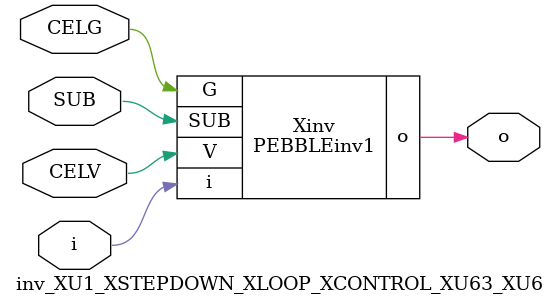
<source format=v>



module PEBBLEinv1 ( o, G, SUB, V, i );

  input V;
  input i;
  input G;
  output o;
  input SUB;
endmodule

//Celera Confidential Do Not Copy inv_XU1_XSTEPDOWN_XLOOP_XCONTROL_XU63_XU6
//Celera Confidential Symbol Generator
//5V Inverter
module inv_XU1_XSTEPDOWN_XLOOP_XCONTROL_XU63_XU6 (CELV,CELG,i,o,SUB);
input CELV;
input CELG;
input i;
input SUB;
output o;

//Celera Confidential Do Not Copy inv
PEBBLEinv1 Xinv(
.V (CELV),
.i (i),
.o (o),
.SUB (SUB),
.G (CELG)
);
//,diesize,PEBBLEinv1

//Celera Confidential Do Not Copy Module End
//Celera Schematic Generator
endmodule

</source>
